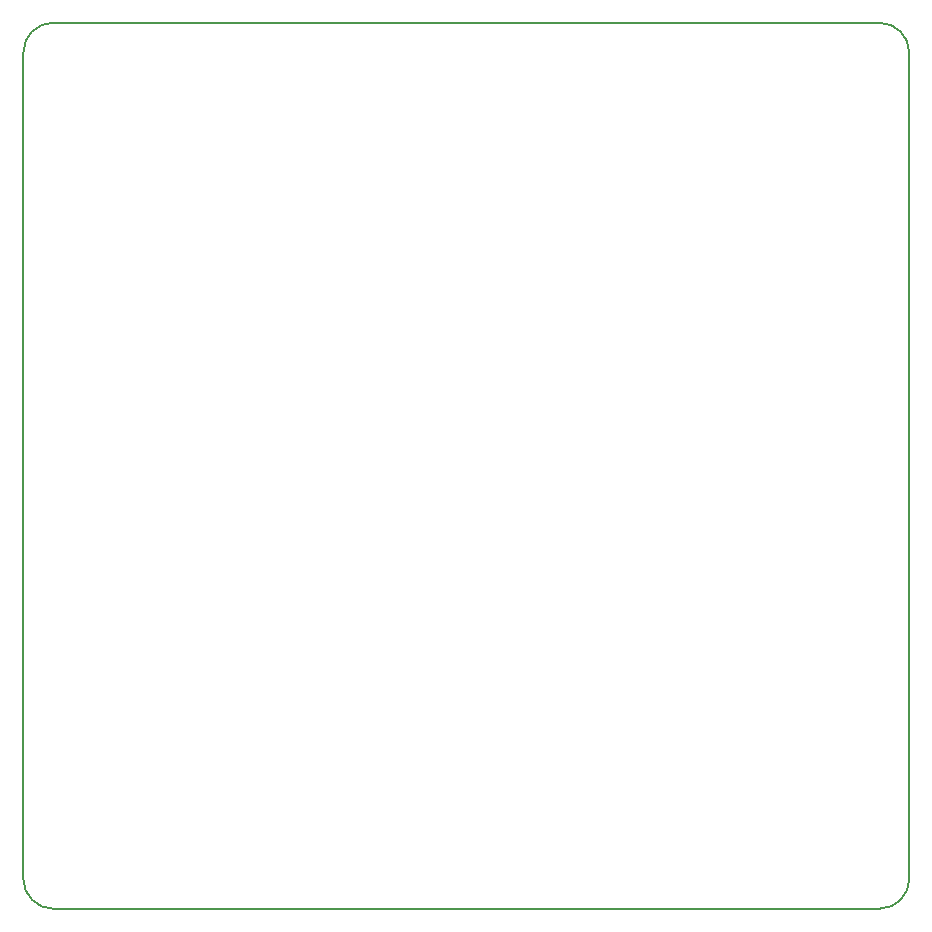
<source format=gm1>
G04 #@! TF.GenerationSoftware,KiCad,Pcbnew,(5.0.2)-1*
G04 #@! TF.CreationDate,2020-05-08T19:47:47+09:00*
G04 #@! TF.ProjectId,Sensorless_BLDC_Driver,53656e73-6f72-46c6-9573-735f424c4443,rev?*
G04 #@! TF.SameCoordinates,Original*
G04 #@! TF.FileFunction,Profile,NP*
%FSLAX46Y46*%
G04 Gerber Fmt 4.6, Leading zero omitted, Abs format (unit mm)*
G04 Created by KiCad (PCBNEW (5.0.2)-1) date 2020/05/08 19:47:47*
%MOMM*%
%LPD*%
G01*
G04 APERTURE LIST*
%ADD10C,0.200000*%
%ADD11C,0.150000*%
G04 APERTURE END LIST*
D10*
X165000000Y-77500000D02*
X160000000Y-77500000D01*
X232500000Y-80000000D02*
X232500000Y-85000000D01*
X165000000Y-152500000D02*
X160000000Y-152500000D01*
X157500000Y-80000000D02*
X157500000Y-85000000D01*
D11*
X232500000Y-150000000D02*
G75*
G02X230000000Y-152500000I-2500000J0D01*
G01*
X160000000Y-152500000D02*
G75*
G02X157500000Y-150000000I0J2500000D01*
G01*
X157500000Y-80000000D02*
G75*
G02X160000000Y-77500000I2500000J0D01*
G01*
X230000000Y-77500000D02*
G75*
G02X232500000Y-80000000I0J-2500000D01*
G01*
X165000000Y-77500000D02*
X230000000Y-77500000D01*
X157500000Y-150000000D02*
X157500000Y-85000000D01*
X230000000Y-152500000D02*
X165000000Y-152500000D01*
X232500000Y-85000000D02*
X232500000Y-150000000D01*
M02*

</source>
